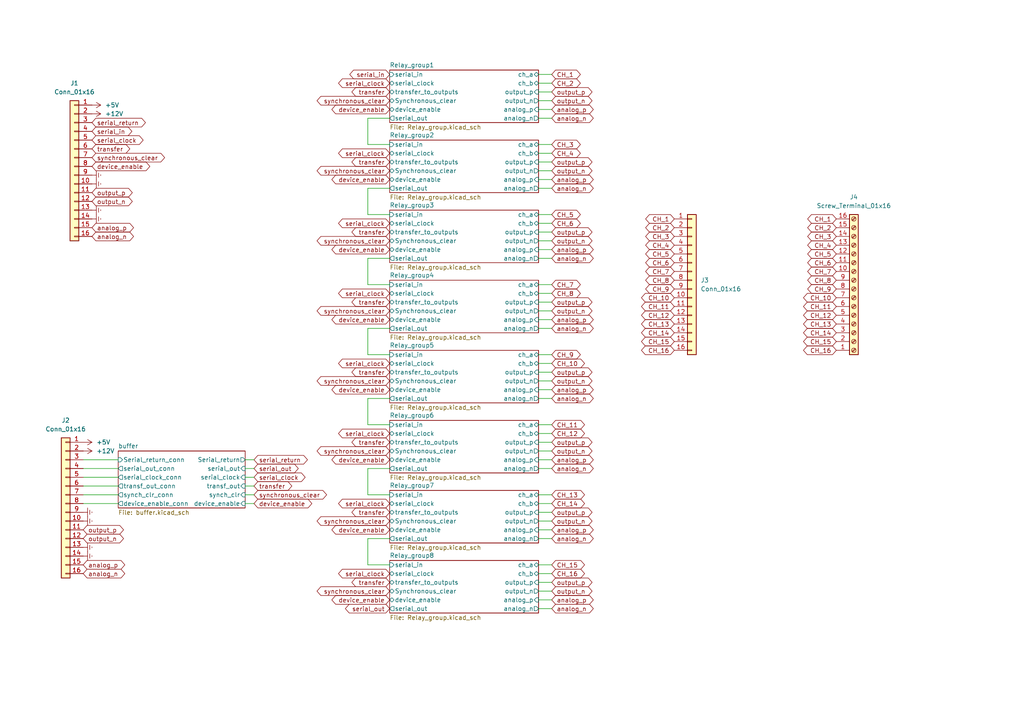
<source format=kicad_sch>
(kicad_sch (version 20211123) (generator eeschema)
  (paper "A4")
  (lib_symbols
    (symbol "Connector:Screw_Terminal_01x16" (pin_names (offset 1.016) hide)
      (property "Reference" "J" (at 0 20.32 0))
      (property "Value" "Screw_Terminal_01x16" (at 0 -22.86 0))
      (symbol "Screw_Terminal_01x16_1_1"
        (rectangle (start -1.27 19.05) (end 1.27 -21.59) (stroke (width 0.254)) (fill (type background)))
        (circle (center 0 -20.32) (radius 0.635) (stroke (width 0.1524)))
        (circle (center 0 -17.78) (radius 0.635) (stroke (width 0.1524)))
        (circle (center 0 -15.24) (radius 0.635) (stroke (width 0.1524)))
        (circle (center 0 -12.7) (radius 0.635) (stroke (width 0.1524)))
        (circle (center 0 -10.16) (radius 0.635) (stroke (width 0.1524)))
        (circle (center 0 -7.62) (radius 0.635) (stroke (width 0.1524)))
        (circle (center 0 -5.08) (radius 0.635) (stroke (width 0.1524)))
        (circle (center 0 -2.54) (radius 0.635) (stroke (width 0.1524)))
        (polyline (pts (xy -0.5334 -19.9898) (xy 0.3302 -20.828)) (stroke (width 0.1524)))
        (polyline (pts (xy -0.5334 -17.4498) (xy 0.3302 -18.288)) (stroke (width 0.1524)))
        (polyline (pts (xy -0.5334 -14.9098) (xy 0.3302 -15.748)) (stroke (width 0.1524)))
        (polyline (pts (xy -0.5334 -12.3698) (xy 0.3302 -13.208)) (stroke (width 0.1524)))
        (polyline (pts (xy -0.5334 -9.8298) (xy 0.3302 -10.668)) (stroke (width 0.1524)))
        (polyline (pts (xy -0.5334 -7.2898) (xy 0.3302 -8.128)) (stroke (width 0.1524)))
        (polyline (pts (xy -0.5334 -4.7498) (xy 0.3302 -5.588)) (stroke (width 0.1524)))
        (polyline (pts (xy -0.5334 -2.2098) (xy 0.3302 -3.048)) (stroke (width 0.1524)))
        (polyline (pts (xy -0.5334 0.3302) (xy 0.3302 -0.508)) (stroke (width 0.1524)))
        (polyline (pts (xy -0.5334 2.8702) (xy 0.3302 2.032)) (stroke (width 0.1524)))
        (polyline (pts (xy -0.5334 5.4102) (xy 0.3302 4.572)) (stroke (width 0.1524)))
        (polyline (pts (xy -0.5334 7.9502) (xy 0.3302 7.112)) (stroke (width 0.1524)))
        (polyline (pts (xy -0.5334 10.4902) (xy 0.3302 9.652)) (stroke (width 0.1524)))
        (polyline (pts (xy -0.5334 13.0302) (xy 0.3302 12.192)) (stroke (width 0.1524)))
        (polyline (pts (xy -0.5334 15.5702) (xy 0.3302 14.732)) (stroke (width 0.1524)))
        (polyline (pts (xy -0.5334 18.1102) (xy 0.3302 17.272)) (stroke (width 0.1524)))
        (polyline (pts (xy -0.3556 -19.812) (xy 0.508 -20.6502)) (stroke (width 0.1524)))
        (polyline (pts (xy -0.3556 -17.272) (xy 0.508 -18.1102)) (stroke (width 0.1524)))
        (polyline (pts (xy -0.3556 -14.732) (xy 0.508 -15.5702)) (stroke (width 0.1524)))
        (polyline (pts (xy -0.3556 -12.192) (xy 0.508 -13.0302)) (stroke (width 0.1524)))
        (polyline (pts (xy -0.3556 -9.652) (xy 0.508 -10.4902)) (stroke (width 0.1524)))
        (polyline (pts (xy -0.3556 -7.112) (xy 0.508 -7.9502)) (stroke (width 0.1524)))
        (polyline (pts (xy -0.3556 -4.572) (xy 0.508 -5.4102)) (stroke (width 0.1524)))
        (polyline (pts (xy -0.3556 -2.032) (xy 0.508 -2.8702)) (stroke (width 0.1524)))
        (polyline (pts (xy -0.3556 0.508) (xy 0.508 -0.3302)) (stroke (width 0.1524)))
        (polyline (pts (xy -0.3556 3.048) (xy 0.508 2.2098)) (stroke (width 0.1524)))
        (polyline (pts (xy -0.3556 5.588) (xy 0.508 4.7498)) (stroke (width 0.1524)))
        (polyline (pts (xy -0.3556 8.128) (xy 0.508 7.2898)) (stroke (width 0.1524)))
        (polyline (pts (xy -0.3556 10.668) (xy 0.508 9.8298)) (stroke (width 0.1524)))
        (polyline (pts (xy -0.3556 13.208) (xy 0.508 12.3698)) (stroke (width 0.1524)))
        (polyline (pts (xy -0.3556 15.748) (xy 0.508 14.9098)) (stroke (width 0.1524)))
        (polyline (pts (xy -0.3556 18.288) (xy 0.508 17.4498)) (stroke (width 0.1524)))
        (circle (center 0 0) (radius 0.635) (stroke (width 0.1524)))
        (circle (center 0 2.54) (radius 0.635) (stroke (width 0.1524)))
        (circle (center 0 5.08) (radius 0.635) (stroke (width 0.1524)))
        (circle (center 0 7.62) (radius 0.635) (stroke (width 0.1524)))
        (circle (center 0 10.16) (radius 0.635) (stroke (width 0.1524)))
        (circle (center 0 12.7) (radius 0.635) (stroke (width 0.1524)))
        (circle (center 0 15.24) (radius 0.635) (stroke (width 0.1524)))
        (circle (center 0 17.78) (radius 0.635) (stroke (width 0.1524)))
        (pin passive line (at -5.08 17.78 0) (length 3.81) (name "Pin_1") (number "1"))
        (pin passive line (at -5.08 -5.08 0) (length 3.81) (name "Pin_10") (number "10"))
        (pin passive line (at -5.08 -7.62 0) (length 3.81) (name "Pin_11") (number "11"))
        (pin passive line (at -5.08 -10.16 0) (length 3.81) (name "Pin_12") (number "12"))
        (pin passive line (at -5.08 -12.7 0) (length 3.81) (name "Pin_13") (number "13"))
        (pin passive line (at -5.08 -15.24 0) (length 3.81) (name "Pin_14") (number "14"))
        (pin passive line (at -5.08 -17.78 0) (length 3.81) (name "Pin_15") (number "15"))
        (pin passive line (at -5.08 -20.32 0) (length 3.81) (name "Pin_16") (number "16"))
        (pin passive line (at -5.08 15.24 0) (length 3.81) (name "Pin_2") (number "2"))
        (pin passive line (at -5.08 12.7 0) (length 3.81) (name "Pin_3") (number "3"))
        (pin passive line (at -5.08 10.16 0) (length 3.81) (name "Pin_4") (number "4"))
        (pin passive line (at -5.08 7.62 0) (length 3.81) (name "Pin_5") (number "5"))
        (pin passive line (at -5.08 5.08 0) (length 3.81) (name "Pin_6") (number "6"))
        (pin passive line (at -5.08 2.54 0) (length 3.81) (name "Pin_7") (number "7"))
        (pin passive line (at -5.08 0 0) (length 3.81) (name "Pin_8") (number "8"))
        (pin passive line (at -5.08 -2.54 0) (length 3.81) (name "Pin_9") (number "9"))
      )
    )
    (symbol "Connector_Generic:Conn_01x16" (pin_names (offset 1.016) hide)
      (property "Reference" "J" (at 0 20.32 0))
      (property "Value" "Conn_01x16" (at 0 -22.86 0))
      (symbol "Conn_01x16_1_1"
        (rectangle (start -1.27 -20.193) (end 0 -20.447) (stroke (width 0.1524)))
        (rectangle (start -1.27 -17.653) (end 0 -17.907) (stroke (width 0.1524)))
        (rectangle (start -1.27 -15.113) (end 0 -15.367) (stroke (width 0.1524)))
        (rectangle (start -1.27 -12.573) (end 0 -12.827) (stroke (width 0.1524)))
        (rectangle (start -1.27 -10.033) (end 0 -10.287) (stroke (width 0.1524)))
        (rectangle (start -1.27 -7.493) (end 0 -7.747) (stroke (width 0.1524)))
        (rectangle (start -1.27 -4.953) (end 0 -5.207) (stroke (width 0.1524)))
        (rectangle (start -1.27 -2.413) (end 0 -2.667) (stroke (width 0.1524)))
        (rectangle (start -1.27 0.127) (end 0 -0.127) (stroke (width 0.1524)))
        (rectangle (start -1.27 2.667) (end 0 2.413) (stroke (width 0.1524)))
        (rectangle (start -1.27 5.207) (end 0 4.953) (stroke (width 0.1524)))
        (rectangle (start -1.27 7.747) (end 0 7.493) (stroke (width 0.1524)))
        (rectangle (start -1.27 10.287) (end 0 10.033) (stroke (width 0.1524)))
        (rectangle (start -1.27 12.827) (end 0 12.573) (stroke (width 0.1524)))
        (rectangle (start -1.27 15.367) (end 0 15.113) (stroke (width 0.1524)))
        (rectangle (start -1.27 17.907) (end 0 17.653) (stroke (width 0.1524)))
        (rectangle (start -1.27 19.05) (end 1.27 -21.59) (stroke (width 0.254)) (fill (type background)))
        (pin passive line (at -5.08 17.78 0) (length 3.81) (name "Pin_1") (number "1"))
        (pin passive line (at -5.08 -5.08 0) (length 3.81) (name "Pin_10") (number "10"))
        (pin passive line (at -5.08 -7.62 0) (length 3.81) (name "Pin_11") (number "11"))
        (pin passive line (at -5.08 -10.16 0) (length 3.81) (name "Pin_12") (number "12"))
        (pin passive line (at -5.08 -12.7 0) (length 3.81) (name "Pin_13") (number "13"))
        (pin passive line (at -5.08 -15.24 0) (length 3.81) (name "Pin_14") (number "14"))
        (pin passive line (at -5.08 -17.78 0) (length 3.81) (name "Pin_15") (number "15"))
        (pin passive line (at -5.08 -20.32 0) (length 3.81) (name "Pin_16") (number "16"))
        (pin passive line (at -5.08 15.24 0) (length 3.81) (name "Pin_2") (number "2"))
        (pin passive line (at -5.08 12.7 0) (length 3.81) (name "Pin_3") (number "3"))
        (pin passive line (at -5.08 10.16 0) (length 3.81) (name "Pin_4") (number "4"))
        (pin passive line (at -5.08 7.62 0) (length 3.81) (name "Pin_5") (number "5"))
        (pin passive line (at -5.08 5.08 0) (length 3.81) (name "Pin_6") (number "6"))
        (pin passive line (at -5.08 2.54 0) (length 3.81) (name "Pin_7") (number "7"))
        (pin passive line (at -5.08 0 0) (length 3.81) (name "Pin_8") (number "8"))
        (pin passive line (at -5.08 -2.54 0) (length 3.81) (name "Pin_9") (number "9"))
      )
    )
    (symbol "power:+12V" (power) (pin_names (offset 0))
      (property "Value" "+12V" (at 0 3.556 0))
      (symbol "+12V_0_1"
        (polyline (pts (xy -0.762 1.27) (xy 0 2.54)))
        (polyline (pts (xy 0 0) (xy 0 2.54)))
        (polyline (pts (xy 0 2.54) (xy 0.762 1.27)))
      )
      (symbol "+12V_1_1"
        (pin power_in line (at 0 0 90) (length 0) hide (name "+12V") (number "1"))
      )
    )
    (symbol "power:+5V" (power) (pin_names (offset 0))
      (property "Value" "+5V" (at 0 3.556 0))
      (symbol "+5V_0_1"
        (polyline (pts (xy -0.762 1.27) (xy 0 2.54)))
        (polyline (pts (xy 0 0) (xy 0 2.54)))
        (polyline (pts (xy 0 2.54) (xy 0.762 1.27)))
      )
      (symbol "+5V_1_1"
        (pin power_in line (at 0 0 90) (length 0) hide (name "+5V") (number "1"))
      )
    )
    (symbol "power:Earth" (power) (pin_names (offset 0))
      (symbol "Earth_0_1"
        (polyline (pts (xy -0.635 -1.905) (xy 0.635 -1.905)))
        (polyline (pts (xy -0.127 -2.54) (xy 0.127 -2.54)))
        (polyline (pts (xy 0 -1.27) (xy 0 0)))
        (polyline (pts (xy 1.27 -1.27) (xy -1.27 -1.27)))
      )
      (symbol "Earth_1_1"
        (pin power_in line (at 0 0 270) (length 0) hide (name "Earth") (number "1"))
      )
    )
  )
  (wire (pts (xy 106.68 62.23) (xy 113.03 62.23)))
  (wire (pts (xy 71.12 140.97) (xy 73.66 140.97)))
  (wire (pts (xy 156.21 110.49) (xy 160.02 110.49)))
  (wire (pts (xy 156.21 85.09) (xy 160.02 85.09)))
  (wire (pts (xy 156.21 95.25) (xy 160.02 95.25)))
  (wire (pts (xy 156.21 176.53) (xy 160.02 176.53)))
  (wire (pts (xy 113.03 135.89) (xy 106.68 135.89)))
  (wire (pts (xy 156.21 113.03) (xy 160.02 113.03)))
  (wire (pts (xy 106.68 163.83) (xy 113.03 163.83)))
  (wire (pts (xy 71.12 135.89) (xy 73.66 135.89)))
  (wire (pts (xy 156.21 31.75) (xy 160.02 31.75)))
  (wire (pts (xy 156.21 67.31) (xy 160.02 67.31)))
  (wire (pts (xy 113.03 115.57) (xy 106.68 115.57)))
  (wire (pts (xy 106.68 115.57) (xy 106.68 123.19)))
  (wire (pts (xy 156.21 135.89) (xy 160.02 135.89)))
  (wire (pts (xy 156.21 163.83) (xy 160.02 163.83)))
  (wire (pts (xy 156.21 87.63) (xy 160.02 87.63)))
  (wire (pts (xy 71.12 133.35) (xy 73.66 133.35)))
  (wire (pts (xy 24.13 146.05) (xy 34.29 146.05)))
  (wire (pts (xy 113.03 54.61) (xy 106.68 54.61)))
  (wire (pts (xy 71.12 143.51) (xy 73.66 143.51)))
  (wire (pts (xy 156.21 74.93) (xy 160.02 74.93)))
  (wire (pts (xy 156.21 21.59) (xy 160.02 21.59)))
  (wire (pts (xy 156.21 52.07) (xy 160.02 52.07)))
  (wire (pts (xy 156.21 69.85) (xy 160.02 69.85)))
  (wire (pts (xy 71.12 146.05) (xy 73.66 146.05)))
  (wire (pts (xy 24.13 135.89) (xy 34.29 135.89)))
  (wire (pts (xy 156.21 92.71) (xy 160.02 92.71)))
  (wire (pts (xy 156.21 171.45) (xy 160.02 171.45)))
  (wire (pts (xy 156.21 148.59) (xy 160.02 148.59)))
  (wire (pts (xy 156.21 64.77) (xy 160.02 64.77)))
  (wire (pts (xy 156.21 46.99) (xy 160.02 46.99)))
  (wire (pts (xy 156.21 29.21) (xy 160.02 29.21)))
  (wire (pts (xy 156.21 102.87) (xy 160.02 102.87)))
  (wire (pts (xy 156.21 143.51) (xy 160.02 143.51)))
  (wire (pts (xy 156.21 24.13) (xy 160.02 24.13)))
  (wire (pts (xy 106.68 123.19) (xy 113.03 123.19)))
  (wire (pts (xy 156.21 54.61) (xy 160.02 54.61)))
  (wire (pts (xy 106.68 135.89) (xy 106.68 143.51)))
  (wire (pts (xy 106.68 143.51) (xy 113.03 143.51)))
  (wire (pts (xy 113.03 95.25) (xy 106.68 95.25)))
  (wire (pts (xy 106.68 102.87) (xy 113.03 102.87)))
  (wire (pts (xy 106.68 34.29) (xy 106.68 41.91)))
  (wire (pts (xy 156.21 151.13) (xy 160.02 151.13)))
  (wire (pts (xy 106.68 41.91) (xy 113.03 41.91)))
  (wire (pts (xy 156.21 153.67) (xy 160.02 153.67)))
  (wire (pts (xy 24.13 133.35) (xy 34.29 133.35)))
  (wire (pts (xy 156.21 173.99) (xy 160.02 173.99)))
  (wire (pts (xy 156.21 62.23) (xy 160.02 62.23)))
  (wire (pts (xy 156.21 130.81) (xy 160.02 130.81)))
  (wire (pts (xy 156.21 49.53) (xy 160.02 49.53)))
  (wire (pts (xy 156.21 41.91) (xy 160.02 41.91)))
  (wire (pts (xy 156.21 133.35) (xy 160.02 133.35)))
  (wire (pts (xy 106.68 54.61) (xy 106.68 62.23)))
  (wire (pts (xy 156.21 166.37) (xy 160.02 166.37)))
  (wire (pts (xy 24.13 140.97) (xy 34.29 140.97)))
  (wire (pts (xy 156.21 44.45) (xy 160.02 44.45)))
  (wire (pts (xy 106.68 82.55) (xy 113.03 82.55)))
  (wire (pts (xy 156.21 26.67) (xy 160.02 26.67)))
  (wire (pts (xy 106.68 74.93) (xy 106.68 82.55)))
  (wire (pts (xy 156.21 34.29) (xy 160.02 34.29)))
  (wire (pts (xy 24.13 138.43) (xy 34.29 138.43)))
  (wire (pts (xy 156.21 146.05) (xy 160.02 146.05)))
  (wire (pts (xy 106.68 156.21) (xy 106.68 163.83)))
  (wire (pts (xy 156.21 72.39) (xy 160.02 72.39)))
  (wire (pts (xy 156.21 105.41) (xy 160.02 105.41)))
  (wire (pts (xy 156.21 123.19) (xy 160.02 123.19)))
  (wire (pts (xy 24.13 143.51) (xy 34.29 143.51)))
  (wire (pts (xy 156.21 82.55) (xy 160.02 82.55)))
  (wire (pts (xy 156.21 128.27) (xy 160.02 128.27)))
  (wire (pts (xy 156.21 156.21) (xy 160.02 156.21)))
  (wire (pts (xy 113.03 74.93) (xy 106.68 74.93)))
  (wire (pts (xy 113.03 34.29) (xy 106.68 34.29)))
  (wire (pts (xy 71.12 138.43) (xy 73.66 138.43)))
  (wire (pts (xy 156.21 125.73) (xy 160.02 125.73)))
  (wire (pts (xy 113.03 156.21) (xy 106.68 156.21)))
  (wire (pts (xy 156.21 168.91) (xy 160.02 168.91)))
  (wire (pts (xy 156.21 107.95) (xy 160.02 107.95)))
  (wire (pts (xy 106.68 95.25) (xy 106.68 102.87)))
  (wire (pts (xy 156.21 115.57) (xy 160.02 115.57)))
  (wire (pts (xy 156.21 90.17) (xy 160.02 90.17)))
  (global_label "synchronous_clear" (shape bidirectional) (at 113.03 29.21 180) (property "Intersheet References" "${INTERSHEET_REFS}" (effects hide)))
  (global_label "output_p" (shape bidirectional) (at 26.67 55.88 0) (property "Intersheet References" "${INTERSHEET_REFS}" (effects hide)))
  (global_label "serial_clock" (shape bidirectional) (at 26.67 40.64 0) (property "Intersheet References" "${INTERSHEET_REFS}" (effects hide)))
  (global_label "CH_12" (shape bidirectional) (at 242.57 91.44 180) (property "Intersheet References" "${INTERSHEET_REFS}" (effects hide)))
  (global_label "CH_7" (shape bidirectional) (at 242.57 78.74 180) (property "Intersheet References" "${INTERSHEET_REFS}" (effects hide)))
  (global_label "analog_p" (shape bidirectional) (at 160.02 92.71 0) (property "Intersheet References" "${INTERSHEET_REFS}" (effects hide)))
  (global_label "analog_n" (shape bidirectional) (at 160.02 34.29 0) (property "Intersheet References" "${INTERSHEET_REFS}" (effects hide)))
  (global_label "CH_14" (shape bidirectional) (at 160.02 146.05 0) (property "Intersheet References" "${INTERSHEET_REFS}" (effects hide)))
  (global_label "CH_4" (shape bidirectional) (at 195.58 71.12 180) (property "Intersheet References" "${INTERSHEET_REFS}" (effects hide)))
  (global_label "CH_5" (shape bidirectional) (at 242.57 73.66 180) (property "Intersheet References" "${INTERSHEET_REFS}" (effects hide)))
  (global_label "CH_4" (shape bidirectional) (at 242.57 71.12 180) (property "Intersheet References" "${INTERSHEET_REFS}" (effects hide)))
  (global_label "analog_n" (shape bidirectional) (at 160.02 95.25 0) (property "Intersheet References" "${INTERSHEET_REFS}" (effects hide)))
  (global_label "CH_3" (shape bidirectional) (at 242.57 68.58 180) (property "Intersheet References" "${INTERSHEET_REFS}" (effects hide)))
  (global_label "CH_15" (shape bidirectional) (at 195.58 99.06 180) (property "Intersheet References" "${INTERSHEET_REFS}" (effects hide)))
  (global_label "transfer" (shape bidirectional) (at 113.03 168.91 180) (property "Intersheet References" "${INTERSHEET_REFS}" (effects hide)))
  (global_label "CH_1" (shape bidirectional) (at 242.57 63.5 180) (property "Intersheet References" "${INTERSHEET_REFS}" (effects hide)))
  (global_label "transfer" (shape bidirectional) (at 113.03 128.27 180) (property "Intersheet References" "${INTERSHEET_REFS}" (effects hide)))
  (global_label "CH_3" (shape bidirectional) (at 160.02 41.91 0) (property "Intersheet References" "${INTERSHEET_REFS}" (effects hide)))
  (global_label "serial_return" (shape bidirectional) (at 73.66 133.35 0) (property "Intersheet References" "${INTERSHEET_REFS}" (effects hide)))
  (global_label "CH_10" (shape bidirectional) (at 195.58 86.36 180) (property "Intersheet References" "${INTERSHEET_REFS}" (effects hide)))
  (global_label "device_enable" (shape bidirectional) (at 113.03 92.71 180) (property "Intersheet References" "${INTERSHEET_REFS}" (effects hide)))
  (global_label "transfer" (shape bidirectional) (at 113.03 87.63 180) (property "Intersheet References" "${INTERSHEET_REFS}" (effects hide)))
  (global_label "CH_9" (shape bidirectional) (at 160.02 102.87 0) (property "Intersheet References" "${INTERSHEET_REFS}" (effects hide)))
  (global_label "CH_15" (shape bidirectional) (at 242.57 99.06 180) (property "Intersheet References" "${INTERSHEET_REFS}" (effects hide)))
  (global_label "CH_14" (shape bidirectional) (at 242.57 96.52 180) (property "Intersheet References" "${INTERSHEET_REFS}" (effects hide)))
  (global_label "output_n" (shape bidirectional) (at 160.02 90.17 0) (property "Intersheet References" "${INTERSHEET_REFS}" (effects hide)))
  (global_label "CH_3" (shape bidirectional) (at 195.58 68.58 180) (property "Intersheet References" "${INTERSHEET_REFS}" (effects hide)))
  (global_label "device_enable" (shape bidirectional) (at 113.03 31.75 180) (property "Intersheet References" "${INTERSHEET_REFS}" (effects hide)))
  (global_label "serial_return" (shape bidirectional) (at 26.67 35.56 0) (property "Intersheet References" "${INTERSHEET_REFS}" (effects hide)))
  (global_label "CH_15" (shape bidirectional) (at 160.02 163.83 0) (property "Intersheet References" "${INTERSHEET_REFS}" (effects hide)))
  (global_label "synchronous_clear" (shape bidirectional) (at 113.03 151.13 180) (property "Intersheet References" "${INTERSHEET_REFS}" (effects hide)))
  (global_label "analog_n" (shape bidirectional) (at 160.02 156.21 0) (property "Intersheet References" "${INTERSHEET_REFS}" (effects hide)))
  (global_label "output_p" (shape bidirectional) (at 160.02 26.67 0) (property "Intersheet References" "${INTERSHEET_REFS}" (effects hide)))
  (global_label "serial_clock" (shape bidirectional) (at 113.03 125.73 180) (property "Intersheet References" "${INTERSHEET_REFS}" (effects hide)))
  (global_label "CH_2" (shape bidirectional) (at 242.57 66.04 180) (property "Intersheet References" "${INTERSHEET_REFS}" (effects hide)))
  (global_label "CH_16" (shape bidirectional) (at 195.58 101.6 180) (property "Intersheet References" "${INTERSHEET_REFS}" (effects hide)))
  (global_label "synchronous_clear" (shape bidirectional) (at 113.03 110.49 180) (property "Intersheet References" "${INTERSHEET_REFS}" (effects hide)))
  (global_label "analog_p" (shape bidirectional) (at 160.02 72.39 0) (property "Intersheet References" "${INTERSHEET_REFS}" (effects hide)))
  (global_label "serial_clock" (shape bidirectional) (at 113.03 24.13 180) (property "Intersheet References" "${INTERSHEET_REFS}" (effects hide)))
  (global_label "CH_16" (shape bidirectional) (at 160.02 166.37 0) (property "Intersheet References" "${INTERSHEET_REFS}" (effects hide)))
  (global_label "CH_8" (shape bidirectional) (at 242.57 81.28 180) (property "Intersheet References" "${INTERSHEET_REFS}" (effects hide)))
  (global_label "output_n" (shape bidirectional) (at 160.02 171.45 0) (property "Intersheet References" "${INTERSHEET_REFS}" (effects hide)))
  (global_label "analog_p" (shape bidirectional) (at 160.02 113.03 0) (property "Intersheet References" "${INTERSHEET_REFS}" (effects hide)))
  (global_label "serial_out" (shape bidirectional) (at 73.66 135.89 0) (property "Intersheet References" "${INTERSHEET_REFS}" (effects hide)))
  (global_label "serial_clock" (shape bidirectional) (at 113.03 146.05 180) (property "Intersheet References" "${INTERSHEET_REFS}" (effects hide)))
  (global_label "CH_6" (shape bidirectional) (at 160.02 64.77 0) (property "Intersheet References" "${INTERSHEET_REFS}" (effects hide)))
  (global_label "analog_p" (shape bidirectional) (at 24.13 163.83 0) (property "Intersheet References" "${INTERSHEET_REFS}" (effects hide)))
  (global_label "analog_n" (shape bidirectional) (at 26.67 68.58 0) (property "Intersheet References" "${INTERSHEET_REFS}" (effects hide)))
  (global_label "transfer" (shape bidirectional) (at 113.03 46.99 180) (property "Intersheet References" "${INTERSHEET_REFS}" (effects hide)))
  (global_label "CH_5" (shape bidirectional) (at 195.58 73.66 180) (property "Intersheet References" "${INTERSHEET_REFS}" (effects hide)))
  (global_label "transfer" (shape bidirectional) (at 26.67 43.18 0) (property "Intersheet References" "${INTERSHEET_REFS}" (effects hide)))
  (global_label "CH_8" (shape bidirectional) (at 195.58 81.28 180) (property "Intersheet References" "${INTERSHEET_REFS}" (effects hide)))
  (global_label "analog_n" (shape bidirectional) (at 160.02 135.89 0) (property "Intersheet References" "${INTERSHEET_REFS}" (effects hide)))
  (global_label "analog_n" (shape bidirectional) (at 160.02 54.61 0) (property "Intersheet References" "${INTERSHEET_REFS}" (effects hide)))
  (global_label "device_enable" (shape bidirectional) (at 113.03 52.07 180) (property "Intersheet References" "${INTERSHEET_REFS}" (effects hide)))
  (global_label "CH_12" (shape bidirectional) (at 195.58 91.44 180) (property "Intersheet References" "${INTERSHEET_REFS}" (effects hide)))
  (global_label "CH_1" (shape bidirectional) (at 160.02 21.59 0) (property "Intersheet References" "${INTERSHEET_REFS}" (effects hide)))
  (global_label "synchronous_clear" (shape bidirectional) (at 113.03 69.85 180) (property "Intersheet References" "${INTERSHEET_REFS}" (effects hide)))
  (global_label "analog_p" (shape bidirectional) (at 160.02 31.75 0) (property "Intersheet References" "${INTERSHEET_REFS}" (effects hide)))
  (global_label "device_enable" (shape bidirectional) (at 113.03 173.99 180) (property "Intersheet References" "${INTERSHEET_REFS}" (effects hide)))
  (global_label "output_n" (shape bidirectional) (at 24.13 156.21 0) (property "Intersheet References" "${INTERSHEET_REFS}" (effects hide)))
  (global_label "analog_p" (shape bidirectional) (at 160.02 173.99 0) (property "Intersheet References" "${INTERSHEET_REFS}" (effects hide)))
  (global_label "serial_clock" (shape bidirectional) (at 113.03 44.45 180) (property "Intersheet References" "${INTERSHEET_REFS}" (effects hide)))
  (global_label "serial_in" (shape bidirectional) (at 113.03 21.59 180) (property "Intersheet References" "${INTERSHEET_REFS}" (effects hide)))
  (global_label "CH_11" (shape bidirectional) (at 195.58 88.9 180) (property "Intersheet References" "${INTERSHEET_REFS}" (effects hide)))
  (global_label "transfer" (shape bidirectional) (at 113.03 107.95 180) (property "Intersheet References" "${INTERSHEET_REFS}" (effects hide)))
  (global_label "output_p" (shape bidirectional) (at 24.13 153.67 0) (property "Intersheet References" "${INTERSHEET_REFS}" (effects hide)))
  (global_label "synchronous_clear" (shape bidirectional) (at 113.03 90.17 180) (property "Intersheet References" "${INTERSHEET_REFS}" (effects hide)))
  (global_label "CH_5" (shape bidirectional) (at 160.02 62.23 0) (property "Intersheet References" "${INTERSHEET_REFS}" (effects hide)))
  (global_label "output_n" (shape bidirectional) (at 160.02 110.49 0) (property "Intersheet References" "${INTERSHEET_REFS}" (effects hide)))
  (global_label "output_n" (shape bidirectional) (at 26.67 58.42 0) (property "Intersheet References" "${INTERSHEET_REFS}" (effects hide)))
  (global_label "synchronous_clear" (shape bidirectional) (at 113.03 130.81 180) (property "Intersheet References" "${INTERSHEET_REFS}" (effects hide)))
  (global_label "transfer" (shape bidirectional) (at 113.03 26.67 180) (property "Intersheet References" "${INTERSHEET_REFS}" (effects hide)))
  (global_label "analog_p" (shape bidirectional) (at 160.02 52.07 0) (property "Intersheet References" "${INTERSHEET_REFS}" (effects hide)))
  (global_label "CH_7" (shape bidirectional) (at 160.02 82.55 0) (property "Intersheet References" "${INTERSHEET_REFS}" (effects hide)))
  (global_label "output_n" (shape bidirectional) (at 160.02 29.21 0) (property "Intersheet References" "${INTERSHEET_REFS}" (effects hide)))
  (global_label "CH_9" (shape bidirectional) (at 195.58 83.82 180) (property "Intersheet References" "${INTERSHEET_REFS}" (effects hide)))
  (global_label "synchronous_clear" (shape bidirectional) (at 113.03 49.53 180) (property "Intersheet References" "${INTERSHEET_REFS}" (effects hide)))
  (global_label "CH_16" (shape bidirectional) (at 242.57 101.6 180) (property "Intersheet References" "${INTERSHEET_REFS}" (effects hide)))
  (global_label "analog_n" (shape bidirectional) (at 160.02 115.57 0) (property "Intersheet References" "${INTERSHEET_REFS}" (effects hide)))
  (global_label "CH_8" (shape bidirectional) (at 160.02 85.09 0) (property "Intersheet References" "${INTERSHEET_REFS}" (effects hide)))
  (global_label "output_p" (shape bidirectional) (at 160.02 128.27 0) (property "Intersheet References" "${INTERSHEET_REFS}" (effects hide)))
  (global_label "device_enable" (shape bidirectional) (at 73.66 146.05 0) (property "Intersheet References" "${INTERSHEET_REFS}" (effects hide)))
  (global_label "transfer" (shape bidirectional) (at 113.03 67.31 180) (property "Intersheet References" "${INTERSHEET_REFS}" (effects hide)))
  (global_label "device_enable" (shape bidirectional) (at 113.03 113.03 180) (property "Intersheet References" "${INTERSHEET_REFS}" (effects hide)))
  (global_label "CH_13" (shape bidirectional) (at 160.02 143.51 0) (property "Intersheet References" "${INTERSHEET_REFS}" (effects hide)))
  (global_label "output_n" (shape bidirectional) (at 160.02 69.85 0) (property "Intersheet References" "${INTERSHEET_REFS}" (effects hide)))
  (global_label "CH_10" (shape bidirectional) (at 242.57 86.36 180) (property "Intersheet References" "${INTERSHEET_REFS}" (effects hide)))
  (global_label "transfer" (shape bidirectional) (at 113.03 148.59 180) (property "Intersheet References" "${INTERSHEET_REFS}" (effects hide)))
  (global_label "serial_clock" (shape bidirectional) (at 113.03 105.41 180) (property "Intersheet References" "${INTERSHEET_REFS}" (effects hide)))
  (global_label "analog_p" (shape bidirectional) (at 26.67 66.04 0) (property "Intersheet References" "${INTERSHEET_REFS}" (effects hide)))
  (global_label "CH_13" (shape bidirectional) (at 242.57 93.98 180) (property "Intersheet References" "${INTERSHEET_REFS}" (effects hide)))
  (global_label "transfer" (shape bidirectional) (at 73.66 140.97 0) (property "Intersheet References" "${INTERSHEET_REFS}" (effects hide)))
  (global_label "analog_n" (shape bidirectional) (at 160.02 74.93 0) (property "Intersheet References" "${INTERSHEET_REFS}" (effects hide)))
  (global_label "synchronous_clear" (shape bidirectional) (at 73.66 143.51 0) (property "Intersheet References" "${INTERSHEET_REFS}" (effects hide)))
  (global_label "serial_clock" (shape bidirectional) (at 113.03 166.37 180) (property "Intersheet References" "${INTERSHEET_REFS}" (effects hide)))
  (global_label "CH_11" (shape bidirectional) (at 242.57 88.9 180) (property "Intersheet References" "${INTERSHEET_REFS}" (effects hide)))
  (global_label "serial_clock" (shape bidirectional) (at 73.66 138.43 0) (property "Intersheet References" "${INTERSHEET_REFS}" (effects hide)))
  (global_label "output_p" (shape bidirectional) (at 160.02 107.95 0) (property "Intersheet References" "${INTERSHEET_REFS}" (effects hide)))
  (global_label "CH_11" (shape bidirectional) (at 160.02 123.19 0) (property "Intersheet References" "${INTERSHEET_REFS}" (effects hide)))
  (global_label "CH_14" (shape bidirectional) (at 195.58 96.52 180) (property "Intersheet References" "${INTERSHEET_REFS}" (effects hide)))
  (global_label "output_n" (shape bidirectional) (at 160.02 130.81 0) (property "Intersheet References" "${INTERSHEET_REFS}" (effects hide)))
  (global_label "serial_clock" (shape bidirectional) (at 113.03 85.09 180) (property "Intersheet References" "${INTERSHEET_REFS}" (effects hide)))
  (global_label "synchronous_clear" (shape bidirectional) (at 113.03 171.45 180) (property "Intersheet References" "${INTERSHEET_REFS}" (effects hide)))
  (global_label "output_p" (shape bidirectional) (at 160.02 67.31 0) (property "Intersheet References" "${INTERSHEET_REFS}" (effects hide)))
  (global_label "device_enable" (shape bidirectional) (at 113.03 153.67 180) (property "Intersheet References" "${INTERSHEET_REFS}" (effects hide)))
  (global_label "synchronous_clear" (shape bidirectional) (at 26.67 45.72 0) (property "Intersheet References" "${INTERSHEET_REFS}" (effects hide)))
  (global_label "output_p" (shape bidirectional) (at 160.02 148.59 0) (property "Intersheet References" "${INTERSHEET_REFS}" (effects hide)))
  (global_label "analog_p" (shape bidirectional) (at 160.02 133.35 0) (property "Intersheet References" "${INTERSHEET_REFS}" (effects hide)))
  (global_label "device_enable" (shape bidirectional) (at 113.03 133.35 180) (property "Intersheet References" "${INTERSHEET_REFS}" (effects hide)))
  (global_label "CH_1" (shape bidirectional) (at 195.58 63.5 180) (property "Intersheet References" "${INTERSHEET_REFS}" (effects hide)))
  (global_label "serial_in" (shape bidirectional) (at 26.67 38.1 0) (property "Intersheet References" "${INTERSHEET_REFS}" (effects hide)))
  (global_label "output_p" (shape bidirectional) (at 160.02 87.63 0) (property "Intersheet References" "${INTERSHEET_REFS}" (effects hide)))
  (global_label "CH_2" (shape bidirectional) (at 195.58 66.04 180) (property "Intersheet References" "${INTERSHEET_REFS}" (effects hide)))
  (global_label "analog_n" (shape bidirectional) (at 160.02 176.53 0) (property "Intersheet References" "${INTERSHEET_REFS}" (effects hide)))
  (global_label "output_p" (shape bidirectional) (at 160.02 46.99 0) (property "Intersheet References" "${INTERSHEET_REFS}" (effects hide)))
  (global_label "analog_n" (shape bidirectional) (at 24.13 166.37 0) (property "Intersheet References" "${INTERSHEET_REFS}" (effects hide)))
  (global_label "CH_4" (shape bidirectional) (at 160.02 44.45 0) (property "Intersheet References" "${INTERSHEET_REFS}" (effects hide)))
  (global_label "CH_9" (shape bidirectional) (at 242.57 83.82 180) (property "Intersheet References" "${INTERSHEET_REFS}" (effects hide)))
  (global_label "serial_clock" (shape bidirectional) (at 113.03 64.77 180) (property "Intersheet References" "${INTERSHEET_REFS}" (effects hide)))
  (global_label "CH_10" (shape bidirectional) (at 160.02 105.41 0) (property "Intersheet References" "${INTERSHEET_REFS}" (effects hide)))
  (global_label "device_enable" (shape bidirectional) (at 113.03 72.39 180) (property "Intersheet References" "${INTERSHEET_REFS}" (effects hide)))
  (global_label "CH_7" (shape bidirectional) (at 195.58 78.74 180) (property "Intersheet References" "${INTERSHEET_REFS}" (effects hide)))
  (global_label "CH_6" (shape bidirectional) (at 242.57 76.2 180) (property "Intersheet References" "${INTERSHEET_REFS}" (effects hide)))
  (global_label "analog_p" (shape bidirectional) (at 160.02 153.67 0) (property "Intersheet References" "${INTERSHEET_REFS}" (effects hide)))
  (global_label "CH_2" (shape bidirectional) (at 160.02 24.13 0) (property "Intersheet References" "${INTERSHEET_REFS}" (effects hide)))
  (global_label "output_n" (shape bidirectional) (at 160.02 151.13 0) (property "Intersheet References" "${INTERSHEET_REFS}" (effects hide)))
  (global_label "CH_6" (shape bidirectional) (at 195.58 76.2 180) (property "Intersheet References" "${INTERSHEET_REFS}" (effects hide)))
  (global_label "serial_out" (shape bidirectional) (at 113.03 176.53 180) (property "Intersheet References" "${INTERSHEET_REFS}" (effects hide)))
  (global_label "device_enable" (shape bidirectional) (at 26.67 48.26 0) (property "Intersheet References" "${INTERSHEET_REFS}" (effects hide)))
  (global_label "CH_12" (shape bidirectional) (at 160.02 125.73 0) (property "Intersheet References" "${INTERSHEET_REFS}" (effects hide)))
  (global_label "output_n" (shape bidirectional) (at 160.02 49.53 0) (property "Intersheet References" "${INTERSHEET_REFS}" (effects hide)))
  (global_label "output_p" (shape bidirectional) (at 160.02 168.91 0) (property "Intersheet References" "${INTERSHEET_REFS}" (effects hide)))
  (global_label "CH_13" (shape bidirectional) (at 195.58 93.98 180) (property "Intersheet References" "${INTERSHEET_REFS}" (effects hide)))
  (symbol (lib_id "Connector_Generic:Conn_01x16") (at 19.05 146.05 0) (mirror y) (unit 1)
    (property "Reference" "J2" (at 19.05 121.92 0))
    (property "Value" "Conn_01x16" (at 19.05 124.46 0))
    (property "Footprint" "Connector_IDC:IDC-Header_2x08_P2.54mm_Horizontal" (effects hide))
  )
  (symbol (lib_id "power:Earth") (at 26.67 50.8 90) (unit 1)
    (property "Reference" "#PWR0110" (effects hide))
    (property "Value" "Earth" (effects hide))
  )
  (symbol (lib_id "power:+5V") (at 24.13 128.27 270) (unit 1)
    (property "Reference" "#PWR0105" (effects hide))
    (property "Value" "+5V" (at 27.94 128.2699 90) (effects (justify left)))
  )
  (symbol (lib_id "power:Earth") (at 24.13 148.59 90) (unit 1)
    (property "Reference" "#PWR0104" (effects hide))
    (property "Value" "Earth" (effects hide))
  )
  (symbol (lib_id "Connector_Generic:Conn_01x16") (at 21.59 48.26 0) (mirror y) (unit 1)
    (property "Reference" "J1" (at 21.59 24.13 0))
    (property "Value" "Conn_01x16" (at 21.59 26.67 0))
    (property "Footprint" "Connector_IDC:IDC-Header_2x08_P2.54mm_Horizontal" (effects hide))
  )
  (symbol (lib_id "power:Earth") (at 26.67 60.96 90) (unit 1)
    (property "Reference" "#PWR0109" (effects hide))
    (property "Value" "Earth" (effects hide))
  )
  (symbol (lib_id "power:Earth") (at 24.13 161.29 90) (unit 1)
    (property "Reference" "#PWR0102" (effects hide))
    (property "Value" "Earth" (effects hide))
  )
  (symbol (lib_id "power:Earth") (at 26.67 63.5 90) (unit 1)
    (property "Reference" "#PWR0108" (effects hide))
    (property "Value" "Earth" (effects hide))
  )
  (symbol (lib_id "power:Earth") (at 24.13 158.75 90) (unit 1)
    (property "Reference" "#PWR0101" (effects hide))
    (property "Value" "Earth" (effects hide))
  )
  (symbol (lib_id "power:Earth") (at 26.67 53.34 90) (unit 1)
    (property "Reference" "#PWR0107" (effects hide))
    (property "Value" "Earth" (effects hide))
  )
  (symbol (lib_id "Connector_Generic:Conn_01x16") (at 200.66 81.28 0) (unit 1)
    (property "Reference" "J3" (at 203.2 81.2799 0) (effects (justify left)))
    (property "Value" "Conn_01x16" (at 203.2 83.8199 0) (effects (justify left)))
    (property "Footprint" "Connector_IDC:IDC-Header_2x08_P2.54mm_Vertical" (effects hide))
  )
  (symbol (lib_id "Connector:Screw_Terminal_01x16") (at 247.65 83.82 0) (mirror x) (unit 1)
    (property "Reference" "J4" (at 247.65 57.15 0))
    (property "Value" "Screw_Terminal_01x16" (at 247.65 59.69 0))
    (property "Footprint" "TerminalBlock_Phoenix:TerminalBlock_Phoenix_MKDS-1,5-16_1x16_P5.00mm_Horizontal" (effects hide))
  )
  (symbol (lib_id "power:+5V") (at 26.67 30.48 270) (unit 1)
    (property "Reference" "#PWR0111" (effects hide))
    (property "Value" "+5V" (at 30.48 30.4799 90) (effects (justify left)))
  )
  (symbol (lib_id "power:Earth") (at 24.13 151.13 90) (unit 1)
    (property "Reference" "#PWR0103" (effects hide))
    (property "Value" "Earth" (effects hide))
  )
  (symbol (lib_id "power:+12V") (at 24.13 130.81 270) (unit 1)
    (property "Reference" "#PWR0106" (effects hide))
    (property "Value" "+12V" (at 27.94 130.8099 90) (effects (justify left)))
  )
  (symbol (lib_id "power:+12V") (at 26.67 33.02 270) (unit 1)
    (property "Reference" "#PWR0112" (effects hide))
    (property "Value" "+12V" (at 30.48 33.0199 90) (effects (justify left)))
  )
  (sheet (at 113.03 121.92) (size 43.18 15.24) (stroke (width 0.1524))
    (property "Sheet name" "Relay_group6" (at 113.03 121.2084 0) (effects (justify left bottom)))
    (property "Sheet file" "Relay_group.kicad_sch" (at 113.03 137.7446 0) (effects (justify left top)))
    (pin "ch_a" bidirectional (at 156.21 123.19 0))
    (pin "analog_n" output (at 156.21 135.89 0))
    (pin "output_n" output (at 156.21 130.81 0))
    (pin "output_p" input (at 156.21 128.27 0))
    (pin "analog_p" input (at 156.21 133.35 0))
    (pin "ch_b" bidirectional (at 156.21 125.73 0))
    (pin "serial_in" input (at 113.03 123.19 180))
    (pin "serial_clock" bidirectional (at 113.03 125.73 180))
    (pin "transfer_to_outputs" bidirectional (at 113.03 128.27 180))
    (pin "Synchronous_clear" bidirectional (at 113.03 130.81 180))
    (pin "device_enable" bidirectional (at 113.03 133.35 180))
    (pin "serial_out" output (at 113.03 135.89 180))
  )
  (sheet (at 113.03 142.24) (size 43.18 15.24) (stroke (width 0.1524))
    (property "Sheet name" "Relay_group7" (at 113.03 141.5284 0) (effects (justify left bottom)))
    (property "Sheet file" "Relay_group.kicad_sch" (at 113.03 158.0646 0) (effects (justify left top)))
    (pin "ch_a" bidirectional (at 156.21 143.51 0))
    (pin "analog_n" output (at 156.21 156.21 0))
    (pin "output_n" output (at 156.21 151.13 0))
    (pin "output_p" input (at 156.21 148.59 0))
    (pin "analog_p" input (at 156.21 153.67 0))
    (pin "ch_b" bidirectional (at 156.21 146.05 0))
    (pin "serial_in" input (at 113.03 143.51 180))
    (pin "serial_clock" bidirectional (at 113.03 146.05 180))
    (pin "transfer_to_outputs" bidirectional (at 113.03 148.59 180))
    (pin "Synchronous_clear" bidirectional (at 113.03 151.13 180))
    (pin "device_enable" bidirectional (at 113.03 153.67 180))
    (pin "serial_out" output (at 113.03 156.21 180))
  )
  (sheet (at 113.03 162.56) (size 43.18 15.24) (stroke (width 0.1524))
    (property "Sheet name" "Relay_group8" (at 113.03 161.8484 0) (effects (justify left bottom)))
    (property "Sheet file" "Relay_group.kicad_sch" (at 113.03 178.3846 0) (effects (justify left top)))
    (pin "ch_a" bidirectional (at 156.21 163.83 0))
    (pin "analog_n" output (at 156.21 176.53 0))
    (pin "output_n" output (at 156.21 171.45 0))
    (pin "output_p" input (at 156.21 168.91 0))
    (pin "analog_p" input (at 156.21 173.99 0))
    (pin "ch_b" bidirectional (at 156.21 166.37 0))
    (pin "serial_in" input (at 113.03 163.83 180))
    (pin "serial_clock" bidirectional (at 113.03 166.37 180))
    (pin "transfer_to_outputs" bidirectional (at 113.03 168.91 180))
    (pin "Synchronous_clear" bidirectional (at 113.03 171.45 180))
    (pin "device_enable" bidirectional (at 113.03 173.99 180))
    (pin "serial_out" output (at 113.03 176.53 180))
  )
  (sheet (at 113.03 40.64) (size 43.18 15.24) (stroke (width 0.1524))
    (property "Sheet name" "Relay_group2" (at 113.03 39.9284 0) (effects (justify left bottom)))
    (property "Sheet file" "Relay_group.kicad_sch" (at 113.03 56.4646 0) (effects (justify left top)))
    (pin "ch_a" bidirectional (at 156.21 41.91 0))
    (pin "analog_n" output (at 156.21 54.61 0))
    (pin "output_n" output (at 156.21 49.53 0))
    (pin "output_p" input (at 156.21 46.99 0))
    (pin "analog_p" input (at 156.21 52.07 0))
    (pin "ch_b" bidirectional (at 156.21 44.45 0))
    (pin "serial_in" input (at 113.03 41.91 180))
    (pin "serial_clock" bidirectional (at 113.03 44.45 180))
    (pin "transfer_to_outputs" bidirectional (at 113.03 46.99 180))
    (pin "Synchronous_clear" bidirectional (at 113.03 49.53 180))
    (pin "device_enable" bidirectional (at 113.03 52.07 180))
    (pin "serial_out" output (at 113.03 54.61 180))
  )
  (sheet (at 34.29 130.81) (size 36.83 16.51) (stroke (width 0.1524))
    (property "Sheet name" "buffer" (at 34.29 130.0984 0) (effects (justify left bottom)))
    (property "Sheet file" "buffer.kicad_sch" (at 34.29 147.9046 0) (effects (justify left top)))
    (pin "serial_out_conn" output (at 34.29 135.89 180))
    (pin "serial_clock_conn" output (at 34.29 138.43 180))
    (pin "serial_clock" input (at 71.12 138.43 0))
    (pin "serial_out" input (at 71.12 135.89 0))
    (pin "Serial_return" output (at 71.12 133.35 0))
    (pin "transf_out" input (at 71.12 140.97 0))
    (pin "device_enable" input (at 71.12 146.05 0))
    (pin "device_enable_conn" output (at 34.29 146.05 180))
    (pin "Serial_return_conn" input (at 34.29 133.35 180))
    (pin "transf_out_conn" output (at 34.29 140.97 180))
    (pin "synch_clr" input (at 71.12 143.51 0))
    (pin "synch_clr_conn" output (at 34.29 143.51 180))
  )
  (sheet (at 113.03 60.96) (size 43.18 15.24) (stroke (width 0.1524))
    (property "Sheet name" "Relay_group3" (at 113.03 60.2484 0) (effects (justify left bottom)))
    (property "Sheet file" "Relay_group.kicad_sch" (at 113.03 76.7846 0) (effects (justify left top)))
    (pin "ch_a" bidirectional (at 156.21 62.23 0))
    (pin "analog_n" output (at 156.21 74.93 0))
    (pin "output_n" output (at 156.21 69.85 0))
    (pin "output_p" input (at 156.21 67.31 0))
    (pin "analog_p" input (at 156.21 72.39 0))
    (pin "ch_b" bidirectional (at 156.21 64.77 0))
    (pin "serial_in" input (at 113.03 62.23 180))
    (pin "serial_clock" bidirectional (at 113.03 64.77 180))
    (pin "transfer_to_outputs" bidirectional (at 113.03 67.31 180))
    (pin "Synchronous_clear" bidirectional (at 113.03 69.85 180))
    (pin "device_enable" bidirectional (at 113.03 72.39 180))
    (pin "serial_out" output (at 113.03 74.93 180))
  )
  (sheet (at 113.03 81.28) (size 43.18 15.24) (stroke (width 0.1524))
    (property "Sheet name" "Relay_group4" (at 113.03 80.5684 0) (effects (justify left bottom)))
    (property "Sheet file" "Relay_group.kicad_sch" (at 113.03 97.1046 0) (effects (justify left top)))
    (pin "ch_a" bidirectional (at 156.21 82.55 0))
    (pin "analog_n" output (at 156.21 95.25 0))
    (pin "output_n" output (at 156.21 90.17 0))
    (pin "output_p" input (at 156.21 87.63 0))
    (pin "analog_p" input (at 156.21 92.71 0))
    (pin "ch_b" bidirectional (at 156.21 85.09 0))
    (pin "serial_in" input (at 113.03 82.55 180))
    (pin "serial_clock" bidirectional (at 113.03 85.09 180))
    (pin "transfer_to_outputs" bidirectional (at 113.03 87.63 180))
    (pin "Synchronous_clear" bidirectional (at 113.03 90.17 180))
    (pin "device_enable" bidirectional (at 113.03 92.71 180))
    (pin "serial_out" output (at 113.03 95.25 180))
  )
  (sheet (at 113.03 101.6) (size 43.18 15.24) (stroke (width 0.1524))
    (property "Sheet name" "Relay_group5" (at 113.03 100.8884 0) (effects (justify left bottom)))
    (property "Sheet file" "Relay_group.kicad_sch" (at 113.03 117.4246 0) (effects (justify left top)))
    (pin "ch_a" bidirectional (at 156.21 102.87 0))
    (pin "analog_n" output (at 156.21 115.57 0))
    (pin "output_n" output (at 156.21 110.49 0))
    (pin "output_p" input (at 156.21 107.95 0))
    (pin "analog_p" input (at 156.21 113.03 0))
    (pin "ch_b" bidirectional (at 156.21 105.41 0))
    (pin "serial_in" input (at 113.03 102.87 180))
    (pin "serial_clock" bidirectional (at 113.03 105.41 180))
    (pin "transfer_to_outputs" bidirectional (at 113.03 107.95 180))
    (pin "Synchronous_clear" bidirectional (at 113.03 110.49 180))
    (pin "device_enable" bidirectional (at 113.03 113.03 180))
    (pin "serial_out" output (at 113.03 115.57 180))
  )
  (sheet (at 113.03 20.32) (size 43.18 15.24) (stroke (width 0.1524))
    (property "Sheet name" "Relay_group1" (at 113.03 19.6084 0) (effects (justify left bottom)))
    (property "Sheet file" "Relay_group.kicad_sch" (at 113.03 36.1446 0) (effects (justify left top)))
    (pin "ch_a" bidirectional (at 156.21 21.59 0))
    (pin "analog_n" output (at 156.21 34.29 0))
    (pin "output_n" output (at 156.21 29.21 0))
    (pin "output_p" input (at 156.21 26.67 0))
    (pin "analog_p" input (at 156.21 31.75 0))
    (pin "ch_b" bidirectional (at 156.21 24.13 0))
    (pin "serial_in" input (at 113.03 21.59 180))
    (pin "serial_clock" bidirectional (at 113.03 24.13 180))
    (pin "transfer_to_outputs" bidirectional (at 113.03 26.67 180))
    (pin "Synchronous_clear" bidirectional (at 113.03 29.21 180))
    (pin "device_enable" bidirectional (at 113.03 31.75 180))
    (pin "serial_out" output (at 113.03 34.29 180))
  )
)
</source>
